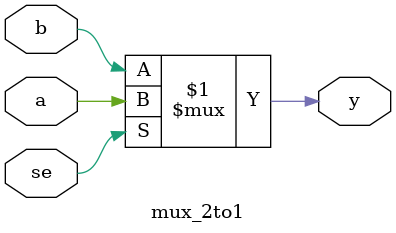
<source format=v>

module mux_2to1(
    input wire a,
    input wire b,
    input wire se,
    output wire y
);
    assign y = (se) ? a : b;

endmodule
</source>
